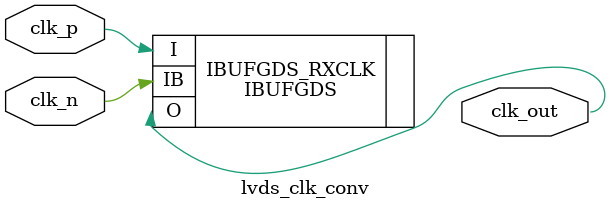
<source format=v>
/* LVDS CLK CONV
*
*  converts LVDS clock to single ended signal usin
*  XILINX IBUFGDS primitive.
*
*  BRH 09/25
*/

module lvds_clk_conv (
    input wire clk_p, input wire clk_n,
    output wire clk_out
);

    IBUFGDS #(
        .DIFF_TERM("TRUE"),
        .IBUF_LOW_PWR("FALSE")
    ) IBUFGDS_RXCLK (
        .I(clk_p), .IB(clk_n),
        .O(clk_out)
    );

endmodule
</source>
